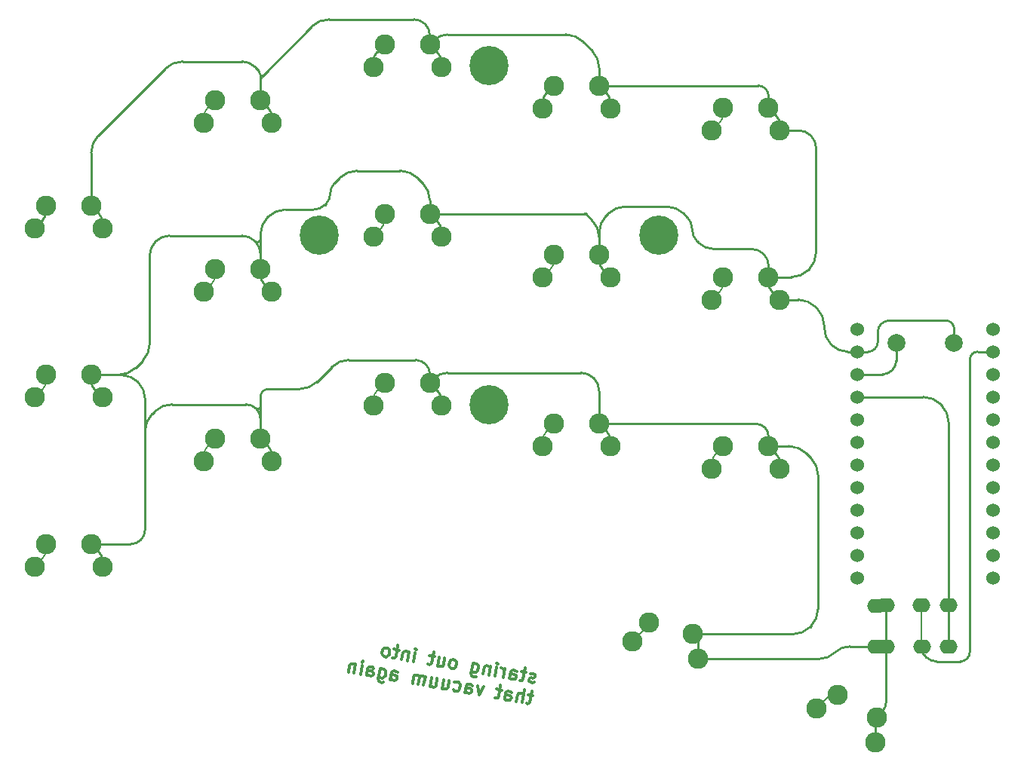
<source format=gbl>
G04 #@! TF.GenerationSoftware,KiCad,Pcbnew,7.0.5*
G04 #@! TF.CreationDate,2023-06-18T11:59:49+01:00*
G04 #@! TF.ProjectId,adam-m-rounded,6164616d-2d6d-42d7-926f-756e6465642e,rev?*
G04 #@! TF.SameCoordinates,Original*
G04 #@! TF.FileFunction,Copper,L2,Bot*
G04 #@! TF.FilePolarity,Positive*
%FSLAX46Y46*%
G04 Gerber Fmt 4.6, Leading zero omitted, Abs format (unit mm)*
G04 Created by KiCad (PCBNEW 7.0.5) date 2023-06-18 11:59:49*
%MOMM*%
%LPD*%
G01*
G04 APERTURE LIST*
%ADD10C,0.300000*%
G04 #@! TA.AperFunction,NonConductor*
%ADD11C,0.300000*%
G04 #@! TD*
G04 #@! TA.AperFunction,ComponentPad*
%ADD12C,1.524000*%
G04 #@! TD*
G04 #@! TA.AperFunction,ComponentPad*
%ADD13C,2.286000*%
G04 #@! TD*
G04 #@! TA.AperFunction,ComponentPad*
%ADD14C,2.000000*%
G04 #@! TD*
G04 #@! TA.AperFunction,ComponentPad*
%ADD15C,4.400000*%
G04 #@! TD*
G04 #@! TA.AperFunction,ComponentPad*
%ADD16O,2.000000X1.600000*%
G04 #@! TD*
G04 #@! TA.AperFunction,Conductor*
%ADD17C,0.250000*%
G04 #@! TD*
G04 #@! TA.AperFunction,Conductor*
%ADD18C,0.200000*%
G04 #@! TD*
G04 APERTURE END LIST*
D10*
D11*
X149850606Y-133796313D02*
X149697515Y-133841850D01*
X149697515Y-133841850D02*
X149416142Y-133792236D01*
X149416142Y-133792236D02*
X149287858Y-133697086D01*
X149287858Y-133697086D02*
X149242322Y-133543995D01*
X149242322Y-133543995D02*
X149254725Y-133473652D01*
X149254725Y-133473652D02*
X149349875Y-133345369D01*
X149349875Y-133345369D02*
X149502966Y-133299832D01*
X149502966Y-133299832D02*
X149713996Y-133337042D01*
X149713996Y-133337042D02*
X149867086Y-133291506D01*
X149867086Y-133291506D02*
X149962236Y-133163222D01*
X149962236Y-133163222D02*
X149974640Y-133092879D01*
X149974640Y-133092879D02*
X149929103Y-132939789D01*
X149929103Y-132939789D02*
X149800820Y-132844638D01*
X149800820Y-132844638D02*
X149589790Y-132807428D01*
X149589790Y-132807428D02*
X149436700Y-132852965D01*
X148956699Y-132695797D02*
X148393952Y-132596570D01*
X148832493Y-132166183D02*
X148609231Y-133432364D01*
X148609231Y-133432364D02*
X148514080Y-133560648D01*
X148514080Y-133560648D02*
X148360990Y-133606184D01*
X148360990Y-133606184D02*
X148220303Y-133581377D01*
X147094809Y-133382922D02*
X147231246Y-132609145D01*
X147231246Y-132609145D02*
X147326397Y-132480861D01*
X147326397Y-132480861D02*
X147479487Y-132435325D01*
X147479487Y-132435325D02*
X147760861Y-132484939D01*
X147760861Y-132484939D02*
X147889144Y-132580089D01*
X147107212Y-133312579D02*
X147235495Y-133407729D01*
X147235495Y-133407729D02*
X147587213Y-133469746D01*
X147587213Y-133469746D02*
X147740303Y-133424210D01*
X147740303Y-133424210D02*
X147835453Y-133295926D01*
X147835453Y-133295926D02*
X147860260Y-133155240D01*
X147860260Y-133155240D02*
X147814723Y-133002149D01*
X147814723Y-133002149D02*
X147686440Y-132906999D01*
X147686440Y-132906999D02*
X147334723Y-132844982D01*
X147334723Y-132844982D02*
X147206440Y-132749832D01*
X146391374Y-133258888D02*
X146565023Y-132274080D01*
X146515409Y-132555454D02*
X146469872Y-132402363D01*
X146469872Y-132402363D02*
X146411932Y-132319617D01*
X146411932Y-132319617D02*
X146283649Y-132224466D01*
X146283649Y-132224466D02*
X146142962Y-132199659D01*
X145476910Y-133097643D02*
X145650559Y-132112835D01*
X145737383Y-131620432D02*
X145795323Y-131703178D01*
X145795323Y-131703178D02*
X145712576Y-131761118D01*
X145712576Y-131761118D02*
X145654636Y-131678372D01*
X145654636Y-131678372D02*
X145737383Y-131620432D01*
X145737383Y-131620432D02*
X145712576Y-131761118D01*
X144947124Y-131988801D02*
X144773476Y-132973609D01*
X144922317Y-132129488D02*
X144864377Y-132046741D01*
X144864377Y-132046741D02*
X144736094Y-131951591D01*
X144736094Y-131951591D02*
X144525064Y-131914380D01*
X144525064Y-131914380D02*
X144371974Y-131959917D01*
X144371974Y-131959917D02*
X144276823Y-132088200D01*
X144276823Y-132088200D02*
X144140385Y-132861978D01*
X142977509Y-131641505D02*
X142766650Y-132837343D01*
X142766650Y-132837343D02*
X142812187Y-132990433D01*
X142812187Y-132990433D02*
X142870127Y-133073180D01*
X142870127Y-133073180D02*
X142998410Y-133168330D01*
X142998410Y-133168330D02*
X143209440Y-133205540D01*
X143209440Y-133205540D02*
X143362530Y-133160004D01*
X142816264Y-132555969D02*
X142944547Y-132651119D01*
X142944547Y-132651119D02*
X143225921Y-132700733D01*
X143225921Y-132700733D02*
X143379011Y-132655196D01*
X143379011Y-132655196D02*
X143461758Y-132597256D01*
X143461758Y-132597256D02*
X143556908Y-132468973D01*
X143556908Y-132468973D02*
X143631329Y-132046913D01*
X143631329Y-132046913D02*
X143585792Y-131893822D01*
X143585792Y-131893822D02*
X143527852Y-131811076D01*
X143527852Y-131811076D02*
X143399569Y-131715925D01*
X143399569Y-131715925D02*
X143118195Y-131666311D01*
X143118195Y-131666311D02*
X142965105Y-131711848D01*
X140763902Y-132266613D02*
X140916992Y-132221076D01*
X140916992Y-132221076D02*
X140999739Y-132163136D01*
X140999739Y-132163136D02*
X141094889Y-132034853D01*
X141094889Y-132034853D02*
X141169310Y-131612792D01*
X141169310Y-131612792D02*
X141123773Y-131459702D01*
X141123773Y-131459702D02*
X141065833Y-131376955D01*
X141065833Y-131376955D02*
X140937550Y-131281805D01*
X140937550Y-131281805D02*
X140726519Y-131244594D01*
X140726519Y-131244594D02*
X140573429Y-131290131D01*
X140573429Y-131290131D02*
X140490682Y-131348071D01*
X140490682Y-131348071D02*
X140395532Y-131476354D01*
X140395532Y-131476354D02*
X140321111Y-131898415D01*
X140321111Y-131898415D02*
X140366648Y-132051505D01*
X140366648Y-132051505D02*
X140424588Y-132134252D01*
X140424588Y-132134252D02*
X140552871Y-132229402D01*
X140552871Y-132229402D02*
X140763902Y-132266613D01*
X139178964Y-130971719D02*
X139005316Y-131956526D01*
X139812055Y-131083350D02*
X139675617Y-131857127D01*
X139675617Y-131857127D02*
X139580467Y-131985411D01*
X139580467Y-131985411D02*
X139427377Y-132030947D01*
X139427377Y-132030947D02*
X139216346Y-131993737D01*
X139216346Y-131993737D02*
X139088063Y-131898587D01*
X139088063Y-131898587D02*
X139030123Y-131815840D01*
X138686560Y-130884895D02*
X138123813Y-130785667D01*
X138562354Y-130355280D02*
X138339092Y-131621462D01*
X138339092Y-131621462D02*
X138243942Y-131749745D01*
X138243942Y-131749745D02*
X138090852Y-131795282D01*
X138090852Y-131795282D02*
X137950165Y-131770475D01*
X136332266Y-131485196D02*
X136505915Y-130500388D01*
X136592739Y-130007984D02*
X136650679Y-130090731D01*
X136650679Y-130090731D02*
X136567932Y-130148671D01*
X136567932Y-130148671D02*
X136509992Y-130065924D01*
X136509992Y-130065924D02*
X136592739Y-130007984D01*
X136592739Y-130007984D02*
X136567932Y-130148671D01*
X135802480Y-130376353D02*
X135628832Y-131361161D01*
X135777673Y-130517040D02*
X135719733Y-130434293D01*
X135719733Y-130434293D02*
X135591450Y-130339143D01*
X135591450Y-130339143D02*
X135380420Y-130301933D01*
X135380420Y-130301933D02*
X135227329Y-130347469D01*
X135227329Y-130347469D02*
X135132179Y-130475753D01*
X135132179Y-130475753D02*
X134995741Y-131249530D01*
X134676985Y-130177898D02*
X134114238Y-130078671D01*
X134552779Y-129648284D02*
X134329517Y-130914466D01*
X134329517Y-130914466D02*
X134234367Y-131042749D01*
X134234367Y-131042749D02*
X134081277Y-131088286D01*
X134081277Y-131088286D02*
X133940590Y-131063479D01*
X133237156Y-130939444D02*
X133390246Y-130893908D01*
X133390246Y-130893908D02*
X133472993Y-130835968D01*
X133472993Y-130835968D02*
X133568143Y-130707684D01*
X133568143Y-130707684D02*
X133642564Y-130285624D01*
X133642564Y-130285624D02*
X133597027Y-130132534D01*
X133597027Y-130132534D02*
X133539087Y-130049787D01*
X133539087Y-130049787D02*
X133410804Y-129954636D01*
X133410804Y-129954636D02*
X133199774Y-129917426D01*
X133199774Y-129917426D02*
X133046683Y-129962963D01*
X133046683Y-129962963D02*
X132963937Y-130020903D01*
X132963937Y-130020903D02*
X132868786Y-130149186D01*
X132868786Y-130149186D02*
X132794366Y-130571246D01*
X132794366Y-130571246D02*
X132839902Y-130724337D01*
X132839902Y-130724337D02*
X132897842Y-130807084D01*
X132897842Y-130807084D02*
X133026125Y-130902234D01*
X133026125Y-130902234D02*
X133237156Y-130939444D01*
X149733177Y-135284967D02*
X149170430Y-135185739D01*
X149608971Y-134755353D02*
X149385709Y-136021534D01*
X149385709Y-136021534D02*
X149290559Y-136149817D01*
X149290559Y-136149817D02*
X149137468Y-136195354D01*
X149137468Y-136195354D02*
X148996782Y-136170547D01*
X148504378Y-136083723D02*
X148764850Y-134606511D01*
X147871287Y-135972092D02*
X148007725Y-135198314D01*
X148007725Y-135198314D02*
X148102875Y-135070031D01*
X148102875Y-135070031D02*
X148255965Y-135024494D01*
X148255965Y-135024494D02*
X148466996Y-135061705D01*
X148466996Y-135061705D02*
X148595279Y-135156855D01*
X148595279Y-135156855D02*
X148653219Y-135239602D01*
X146534762Y-135736426D02*
X146671200Y-134962649D01*
X146671200Y-134962649D02*
X146766350Y-134834366D01*
X146766350Y-134834366D02*
X146919440Y-134788829D01*
X146919440Y-134788829D02*
X147200814Y-134838443D01*
X147200814Y-134838443D02*
X147329097Y-134933593D01*
X146547165Y-135666083D02*
X146675449Y-135761233D01*
X146675449Y-135761233D02*
X147027166Y-135823251D01*
X147027166Y-135823251D02*
X147180256Y-135777714D01*
X147180256Y-135777714D02*
X147275406Y-135649431D01*
X147275406Y-135649431D02*
X147300213Y-135508744D01*
X147300213Y-135508744D02*
X147254677Y-135355654D01*
X147254677Y-135355654D02*
X147126393Y-135260503D01*
X147126393Y-135260503D02*
X146774676Y-135198486D01*
X146774676Y-135198486D02*
X146646393Y-135103336D01*
X146216006Y-134664795D02*
X145653259Y-134565567D01*
X146091800Y-134135180D02*
X145868538Y-135401362D01*
X145868538Y-135401362D02*
X145773388Y-135529645D01*
X145773388Y-135529645D02*
X145620297Y-135575182D01*
X145620297Y-135575182D02*
X145479611Y-135550375D01*
X144176047Y-134305095D02*
X143650682Y-135227885D01*
X143650682Y-135227885D02*
X143472613Y-134181060D01*
X142103127Y-134955010D02*
X142239565Y-134181232D01*
X142239565Y-134181232D02*
X142334715Y-134052949D01*
X142334715Y-134052949D02*
X142487805Y-134007412D01*
X142487805Y-134007412D02*
X142769179Y-134057026D01*
X142769179Y-134057026D02*
X142897462Y-134152176D01*
X142115530Y-134884666D02*
X142243814Y-134979817D01*
X142243814Y-134979817D02*
X142595531Y-135041834D01*
X142595531Y-135041834D02*
X142748621Y-134996297D01*
X142748621Y-134996297D02*
X142843771Y-134868014D01*
X142843771Y-134868014D02*
X142868578Y-134727327D01*
X142868578Y-134727327D02*
X142823042Y-134574237D01*
X142823042Y-134574237D02*
X142694758Y-134479086D01*
X142694758Y-134479086D02*
X142343041Y-134417069D01*
X142343041Y-134417069D02*
X142214758Y-134321919D01*
X140779006Y-134649001D02*
X140907289Y-134744151D01*
X140907289Y-134744151D02*
X141188663Y-134793765D01*
X141188663Y-134793765D02*
X141341753Y-134748228D01*
X141341753Y-134748228D02*
X141424500Y-134690288D01*
X141424500Y-134690288D02*
X141519650Y-134562005D01*
X141519650Y-134562005D02*
X141594071Y-134139945D01*
X141594071Y-134139945D02*
X141548534Y-133986854D01*
X141548534Y-133986854D02*
X141490594Y-133904107D01*
X141490594Y-133904107D02*
X141362311Y-133808957D01*
X141362311Y-133808957D02*
X141080937Y-133759343D01*
X141080937Y-133759343D02*
X140927847Y-133804880D01*
X139674069Y-133511275D02*
X139500421Y-134496082D01*
X140307160Y-133622906D02*
X140170722Y-134396683D01*
X140170722Y-134396683D02*
X140075572Y-134524966D01*
X140075572Y-134524966D02*
X139922481Y-134570503D01*
X139922481Y-134570503D02*
X139711451Y-134533293D01*
X139711451Y-134533293D02*
X139583168Y-134438142D01*
X139583168Y-134438142D02*
X139525228Y-134355396D01*
X138337544Y-133275609D02*
X138163896Y-134260417D01*
X138970635Y-133387240D02*
X138834197Y-134161018D01*
X138834197Y-134161018D02*
X138739047Y-134289301D01*
X138739047Y-134289301D02*
X138585957Y-134334838D01*
X138585957Y-134334838D02*
X138374926Y-134297627D01*
X138374926Y-134297627D02*
X138246643Y-134202477D01*
X138246643Y-134202477D02*
X138188703Y-134119730D01*
X137460462Y-134136382D02*
X137634110Y-133151575D01*
X137609303Y-133292262D02*
X137551363Y-133209515D01*
X137551363Y-133209515D02*
X137423080Y-133114364D01*
X137423080Y-133114364D02*
X137212050Y-133077154D01*
X137212050Y-133077154D02*
X137058959Y-133122691D01*
X137058959Y-133122691D02*
X136963809Y-133250974D01*
X136963809Y-133250974D02*
X136827371Y-134024752D01*
X136963809Y-133250974D02*
X136918272Y-133097884D01*
X136918272Y-133097884D02*
X136789989Y-133002733D01*
X136789989Y-133002733D02*
X136578959Y-132965523D01*
X136578959Y-132965523D02*
X136425869Y-133011060D01*
X136425869Y-133011060D02*
X136330718Y-133139343D01*
X136330718Y-133139343D02*
X136194280Y-133913121D01*
X133732261Y-133479000D02*
X133868699Y-132705223D01*
X133868699Y-132705223D02*
X133963849Y-132576939D01*
X133963849Y-132576939D02*
X134116940Y-132531403D01*
X134116940Y-132531403D02*
X134398313Y-132581016D01*
X134398313Y-132581016D02*
X134526597Y-132676167D01*
X133744665Y-133408657D02*
X133872948Y-133503807D01*
X133872948Y-133503807D02*
X134224665Y-133565824D01*
X134224665Y-133565824D02*
X134377755Y-133520288D01*
X134377755Y-133520288D02*
X134472906Y-133392004D01*
X134472906Y-133392004D02*
X134497712Y-133251317D01*
X134497712Y-133251317D02*
X134452176Y-133098227D01*
X134452176Y-133098227D02*
X134323893Y-133003077D01*
X134323893Y-133003077D02*
X133972176Y-132941060D01*
X133972176Y-132941060D02*
X133843892Y-132845909D01*
X132569384Y-132258527D02*
X132358526Y-133454365D01*
X132358526Y-133454365D02*
X132404062Y-133607455D01*
X132404062Y-133607455D02*
X132462002Y-133690202D01*
X132462002Y-133690202D02*
X132590286Y-133785352D01*
X132590286Y-133785352D02*
X132801316Y-133822563D01*
X132801316Y-133822563D02*
X132954406Y-133777026D01*
X132408140Y-133172991D02*
X132536423Y-133268142D01*
X132536423Y-133268142D02*
X132817797Y-133317755D01*
X132817797Y-133317755D02*
X132970887Y-133272219D01*
X132970887Y-133272219D02*
X133053634Y-133214279D01*
X133053634Y-133214279D02*
X133148784Y-133085995D01*
X133148784Y-133085995D02*
X133223205Y-132663935D01*
X133223205Y-132663935D02*
X133177668Y-132510845D01*
X133177668Y-132510845D02*
X133119728Y-132428098D01*
X133119728Y-132428098D02*
X132991445Y-132332948D01*
X132991445Y-132332948D02*
X132710071Y-132283334D01*
X132710071Y-132283334D02*
X132556981Y-132328870D01*
X131059211Y-133007669D02*
X131195649Y-132233892D01*
X131195649Y-132233892D02*
X131290799Y-132105608D01*
X131290799Y-132105608D02*
X131443890Y-132060072D01*
X131443890Y-132060072D02*
X131725263Y-132109686D01*
X131725263Y-132109686D02*
X131853547Y-132204836D01*
X131071615Y-132937326D02*
X131199898Y-133032476D01*
X131199898Y-133032476D02*
X131551615Y-133094493D01*
X131551615Y-133094493D02*
X131704705Y-133048957D01*
X131704705Y-133048957D02*
X131799856Y-132920673D01*
X131799856Y-132920673D02*
X131824663Y-132779987D01*
X131824663Y-132779987D02*
X131779126Y-132626896D01*
X131779126Y-132626896D02*
X131650843Y-132531746D01*
X131650843Y-132531746D02*
X131299126Y-132469729D01*
X131299126Y-132469729D02*
X131170842Y-132374579D01*
X130355777Y-132883635D02*
X130529425Y-131898827D01*
X130616249Y-131406423D02*
X130674189Y-131489170D01*
X130674189Y-131489170D02*
X130591442Y-131547110D01*
X130591442Y-131547110D02*
X130533502Y-131464363D01*
X130533502Y-131464363D02*
X130616249Y-131406423D01*
X130616249Y-131406423D02*
X130591442Y-131547110D01*
X129825991Y-131774793D02*
X129652343Y-132759600D01*
X129801184Y-131915479D02*
X129743244Y-131832733D01*
X129743244Y-131832733D02*
X129614961Y-131737582D01*
X129614961Y-131737582D02*
X129403930Y-131700372D01*
X129403930Y-131700372D02*
X129250840Y-131745909D01*
X129250840Y-131745909D02*
X129155690Y-131874192D01*
X129155690Y-131874192D02*
X129019252Y-132647969D01*
D12*
X201315400Y-94113000D03*
X201315400Y-96653000D03*
X201315400Y-99193000D03*
X201315400Y-101733000D03*
X201315400Y-104273000D03*
X201315400Y-106813000D03*
X201315400Y-109353000D03*
X201315400Y-111893000D03*
X201315400Y-114433000D03*
X201315400Y-116973000D03*
X201315400Y-119513000D03*
X201315400Y-122053000D03*
X186095400Y-122053000D03*
X186095400Y-119513000D03*
X186095400Y-116973000D03*
X186095400Y-114433000D03*
X186095400Y-111893000D03*
X186095400Y-109353000D03*
X186095400Y-106813000D03*
X186095400Y-104273000D03*
X186095400Y-101733000D03*
X186095400Y-99193000D03*
X186095400Y-96653000D03*
X186095400Y-94113000D03*
D13*
X112800000Y-70930000D03*
X114070000Y-68390000D03*
X119150000Y-68390000D03*
X120420000Y-70930000D03*
X131800000Y-102705000D03*
X133070000Y-100165000D03*
X138150000Y-100165000D03*
X139420000Y-102705000D03*
X112800000Y-108930000D03*
X114070000Y-106390000D03*
X119150000Y-106390000D03*
X120420000Y-108930000D03*
X150800000Y-107305000D03*
X152070000Y-104765000D03*
X157150000Y-104765000D03*
X158420000Y-107305000D03*
X93800000Y-82805000D03*
X95070000Y-80265000D03*
X100150000Y-80265000D03*
X101420000Y-82805000D03*
X93800000Y-101805000D03*
X95070000Y-99265000D03*
X100150000Y-99265000D03*
X101420000Y-101805000D03*
D14*
X196975000Y-95700000D03*
X190475000Y-95700000D03*
D15*
X125762000Y-83529000D03*
X144812000Y-64479000D03*
X144812000Y-102579000D03*
X163862000Y-83529000D03*
D13*
X150800000Y-88305000D03*
X152070000Y-85765000D03*
X157150000Y-85765000D03*
X158420000Y-88305000D03*
X93800000Y-120805000D03*
X95070000Y-118265000D03*
X100150000Y-118265000D03*
X101420000Y-120805000D03*
X131800000Y-83705000D03*
X133070000Y-81165000D03*
X138150000Y-81165000D03*
X139420000Y-83705000D03*
X181530443Y-136744295D03*
X183900295Y-135179591D03*
X188299705Y-137719591D03*
X188129557Y-140554295D03*
X112800000Y-89930000D03*
X114070000Y-87390000D03*
X119150000Y-87390000D03*
X120420000Y-89930000D03*
X169800000Y-90805000D03*
X171070000Y-88265000D03*
X176150000Y-88265000D03*
X177420000Y-90805000D03*
X150800000Y-69305000D03*
X152070000Y-66765000D03*
X157150000Y-66765000D03*
X158420000Y-69305000D03*
D16*
X193340000Y-125165000D03*
X193360000Y-129795000D03*
X189340000Y-125165000D03*
X188260000Y-125195000D03*
X188240000Y-129765000D03*
X189360000Y-129795000D03*
X196340000Y-125165000D03*
X196360000Y-129795000D03*
D13*
X169800000Y-71805000D03*
X171070000Y-69265000D03*
X176150000Y-69265000D03*
X177420000Y-71805000D03*
X160859223Y-129193448D03*
X162743349Y-127068696D03*
X167650252Y-128383497D03*
X168219578Y-131165649D03*
X131800000Y-64705000D03*
X133070000Y-62165000D03*
X138150000Y-62165000D03*
X139420000Y-64705000D03*
X169800000Y-109805000D03*
X171070000Y-107265000D03*
X176150000Y-107265000D03*
X177420000Y-109805000D03*
D17*
X196340005Y-104566981D02*
G75*
G03*
X195543103Y-102643103I-2720805J-19D01*
G01*
X195429892Y-102529900D02*
G75*
G03*
X193506018Y-101733000I-1923892J-1923900D01*
G01*
X198427491Y-131137491D02*
G75*
G03*
X198735000Y-130395129I-742391J742391D01*
G01*
X198744988Y-98434988D02*
G75*
G03*
X198735000Y-98459142I24112J-24112D01*
G01*
X197685129Y-131445012D02*
G75*
G03*
X198427500Y-131137500I-29J1049912D01*
G01*
X199006009Y-96904009D02*
G75*
G03*
X198755000Y-97509967I605991J-605991D01*
G01*
X198745012Y-98435012D02*
G75*
G03*
X198755000Y-98410857I-24112J24112D01*
G01*
X199611967Y-96652987D02*
G75*
G03*
X199006000Y-96904000I33J-857013D01*
G01*
X193360008Y-130145000D02*
G75*
G03*
X193607487Y-130742487I844992J0D01*
G01*
X193835014Y-130969986D02*
G75*
G03*
X194981751Y-131445000I1146786J1146786D01*
G01*
X188950553Y-99193022D02*
G75*
G03*
X190028500Y-98746500I-53J1524522D01*
G01*
X190028484Y-98746484D02*
G75*
G03*
X190475000Y-97668553I-1077984J1077984D01*
G01*
D18*
X170249018Y-108085993D02*
G75*
G03*
X169800000Y-109170000I1083982J-1084007D01*
G01*
X132249018Y-100985993D02*
G75*
G03*
X131800000Y-102070000I1083982J-1084007D01*
G01*
X151249018Y-105585993D02*
G75*
G03*
X150800000Y-106670000I1083982J-1084007D01*
G01*
X94620982Y-119984007D02*
G75*
G03*
X95070000Y-118900000I-1083982J1084007D01*
G01*
X94620982Y-100984007D02*
G75*
G03*
X95070000Y-99900000I-1083982J1084007D01*
G01*
X113620982Y-89109007D02*
G75*
G03*
X114070000Y-88025000I-1083982J1084007D01*
G01*
X132620982Y-82884007D02*
G75*
G03*
X133070000Y-81800000I-1083982J1084007D01*
G01*
X151620982Y-87484007D02*
G75*
G03*
X152070000Y-86400000I-1083982J1084007D01*
G01*
X170620982Y-89984007D02*
G75*
G03*
X171070000Y-88900000I-1083982J1084007D01*
G01*
D17*
X94620982Y-81984007D02*
G75*
G03*
X95070000Y-80900000I-1083982J1084007D01*
G01*
D18*
X170620982Y-70984007D02*
G75*
G03*
X171070000Y-69900000I-1083982J1084007D01*
G01*
D17*
X151249018Y-67585993D02*
G75*
G03*
X150800000Y-68670000I1083982J-1084007D01*
G01*
X132249018Y-62985993D02*
G75*
G03*
X131800000Y-64070000I1083982J-1084007D01*
G01*
D18*
X113249018Y-69210993D02*
G75*
G03*
X112800000Y-70295000I1083982J-1084007D01*
G01*
X113249018Y-107210993D02*
G75*
G03*
X112800000Y-108295000I1083982J-1084007D01*
G01*
D17*
X106200014Y-101970764D02*
G75*
G03*
X105407499Y-100057501I-2705814J-36D01*
G01*
X137674986Y-98050014D02*
G75*
G03*
X136528248Y-97575000I-1146786J-1146786D01*
G01*
X181474984Y-73759637D02*
G75*
G03*
X180902500Y-72377500I-1954584J37D01*
G01*
X107374989Y-84274989D02*
G75*
G03*
X106725000Y-85844238I1569211J-1569211D01*
G01*
X105729994Y-117794994D02*
G75*
G03*
X106200000Y-116660319I-1134694J1134694D01*
G01*
X119150004Y-85716205D02*
G75*
G03*
X118577274Y-84277274I-2025104J27405D01*
G01*
X118577299Y-84277245D02*
G75*
G03*
X119149999Y-83983794I224801J266845D01*
G01*
X189723007Y-93150004D02*
G75*
G03*
X188787501Y-93537501I-7J-1322996D01*
G01*
X138150015Y-61117462D02*
G75*
G03*
X137625000Y-59850000I-1792515J-38D01*
G01*
X177420000Y-71170000D02*
G75*
G03*
X178055000Y-71805000I635000J0D01*
G01*
X160101981Y-80349994D02*
G75*
G03*
X158178103Y-81146896I19J-2720806D01*
G01*
X137624989Y-59850011D02*
G75*
G03*
X136357537Y-59325000I-1267489J-1267489D01*
G01*
X101420007Y-120170000D02*
G75*
G03*
X100970987Y-119085987I-1533007J0D01*
G01*
X101420007Y-82170000D02*
G75*
G03*
X100970987Y-81085987I-1533007J0D01*
G01*
X100946900Y-72378107D02*
G75*
G03*
X100150000Y-74301981I1923900J-1923893D01*
G01*
X109201981Y-102574994D02*
G75*
G03*
X107278103Y-103371896I19J-2720806D01*
G01*
X138150005Y-79651981D02*
G75*
G03*
X137353103Y-77728103I-2720805J-19D01*
G01*
X166646892Y-81146900D02*
G75*
G03*
X164723018Y-80350000I-1923892J-1923900D01*
G01*
X182400005Y-93726981D02*
G75*
G03*
X181603103Y-91803103I-2720805J-19D01*
G01*
X157149979Y-101075649D02*
G75*
G03*
X156548500Y-99623500I-2053579J49D01*
G01*
X106200000Y-106089214D02*
G75*
G03*
X106200000Y-105562500I-1179941824J263357D01*
G01*
X138150010Y-61356776D02*
G75*
G03*
X138721500Y-62736500I1951190J-24D01*
G01*
X138721500Y-61593500D02*
G75*
G03*
X138721500Y-62736500I571500J-571500D01*
G01*
X138150056Y-61356776D02*
G75*
G03*
X138721500Y-61593500I334744J-24D01*
G01*
X157150002Y-83813693D02*
G75*
G03*
X156362499Y-81912501I-2688702J-7D01*
G01*
X167574984Y-82887500D02*
G75*
G03*
X167000474Y-81500476I-1961584J0D01*
G01*
X176784992Y-90170008D02*
G75*
G03*
X178318025Y-90805000I1533008J1533008D01*
G01*
X185256706Y-129765017D02*
G75*
G03*
X183565973Y-130465324I-6J-2391083D01*
G01*
X181700005Y-110526981D02*
G75*
G03*
X180903103Y-108603103I-2720805J-19D01*
G01*
X157946900Y-81378107D02*
G75*
G03*
X157150000Y-83301981I1923900J-1923893D01*
G01*
X183229392Y-95904380D02*
G75*
G03*
X185036700Y-96653000I1807308J1807280D01*
G01*
X119149989Y-65575000D02*
G75*
G03*
X118937867Y-65062867I-724289J0D01*
G01*
X187327936Y-96653015D02*
G75*
G03*
X188086000Y-96339000I-36J1072115D01*
G01*
X119362125Y-65662860D02*
G75*
G03*
X119150000Y-66175000I512175J-512140D01*
G01*
X119150063Y-65575000D02*
G75*
G03*
X119362131Y-65662866I124237J0D01*
G01*
X176150011Y-68366974D02*
G75*
G03*
X176785000Y-69900000I2167989J-26D01*
G01*
X176149993Y-88900000D02*
G75*
G03*
X176599012Y-89984012I1533007J0D01*
G01*
X138150011Y-80266974D02*
G75*
G03*
X138785000Y-81800000I2167989J-26D01*
G01*
X138959947Y-81164932D02*
G75*
G03*
X138785000Y-81800000I48053J-354868D01*
G01*
X138150068Y-80266977D02*
G75*
G03*
X138959956Y-81164999I856332J-41923D01*
G01*
X175744987Y-105170013D02*
G75*
G03*
X174767243Y-104765000I-977787J-977787D01*
G01*
X119150020Y-104196751D02*
G75*
G03*
X118675000Y-103050000I-1621820J-49D01*
G01*
X118675083Y-103049917D02*
G75*
G03*
X119150000Y-102853248I196717J196717D01*
G01*
X119946900Y-81553108D02*
G75*
G03*
X119150000Y-83476981I1923900J-1923892D01*
G01*
X157150005Y-64776981D02*
G75*
G03*
X156353103Y-62853103I-2720805J-19D01*
G01*
X139420007Y-64070000D02*
G75*
G03*
X138970987Y-62985987I-1533007J0D01*
G01*
X175807491Y-67107509D02*
G75*
G03*
X174980631Y-66765000I-826891J-826891D01*
G01*
X120420007Y-70295000D02*
G75*
G03*
X119970987Y-69210987I-1533007J0D01*
G01*
X121926981Y-80699994D02*
G75*
G03*
X120003103Y-81496896I19J-2720806D01*
G01*
X118537502Y-84237498D02*
G75*
G03*
X117058794Y-83625000I-1478702J-1478702D01*
G01*
X119149993Y-88025000D02*
G75*
G03*
X119599012Y-89109012I1533007J0D01*
G01*
X138150010Y-99356776D02*
G75*
G03*
X138721500Y-100736500I1951190J-24D01*
G01*
X138721500Y-99593500D02*
G75*
G03*
X138721500Y-100736500I571500J-571500D01*
G01*
X138150056Y-99356776D02*
G75*
G03*
X138721500Y-99593500I334744J-24D01*
G01*
X100149993Y-99900000D02*
G75*
G03*
X100599012Y-100984012I1533007J0D01*
G01*
X138150020Y-99196751D02*
G75*
G03*
X137675000Y-98050000I-1621820J-49D01*
G01*
X126488870Y-80061141D02*
G75*
G03*
X126975000Y-78887500I-1173670J1173641D01*
G01*
X177420007Y-71170000D02*
G75*
G03*
X176970987Y-70085987I-1533007J0D01*
G01*
X180903100Y-127496892D02*
G75*
G03*
X181700000Y-125573018I-1923900J1923892D01*
G01*
X180902511Y-72377489D02*
G75*
G03*
X179520362Y-71805000I-1382111J-1382111D01*
G01*
X139420007Y-83070000D02*
G75*
G03*
X138970987Y-81985987I-1533007J0D01*
G01*
X140101223Y-61022010D02*
G75*
G03*
X138721500Y-61593500I-23J-1951190D01*
G01*
X157149993Y-86400000D02*
G75*
G03*
X157599012Y-87484012I1533007J0D01*
G01*
X182400007Y-93959185D02*
G75*
G03*
X183189001Y-95863999I2693793J-15D01*
G01*
X129976981Y-76324994D02*
G75*
G03*
X128053103Y-77121896I19J-2720806D01*
G01*
X155506715Y-81165006D02*
G75*
G03*
X155555000Y-81145000I-15J68306D01*
G01*
X176149992Y-87002817D02*
G75*
G03*
X175599999Y-85675001I-1877792J17D01*
G01*
X188829868Y-137189459D02*
G75*
G03*
X189360000Y-135909554I-1279868J1279859D01*
G01*
X119918198Y-100850000D02*
G75*
G03*
X119375001Y-101075001I2J-768200D01*
G01*
X123548018Y-100850004D02*
G75*
G03*
X125471895Y-100053102I-18J2720804D01*
G01*
X176149997Y-106420000D02*
G75*
G03*
X176747505Y-107862505I2040003J0D01*
G01*
X176959958Y-107265046D02*
G75*
G03*
X176747506Y-107862504I18142J-342954D01*
G01*
X176150085Y-106420002D02*
G75*
G03*
X176959956Y-107265000I827815J-17198D01*
G01*
X110401981Y-64049994D02*
G75*
G03*
X108478103Y-64846896I19J-2720806D01*
G01*
X176150013Y-67934368D02*
G75*
G03*
X175807500Y-67107500I-1169413J-32D01*
G01*
X196700003Y-93424997D02*
G75*
G03*
X196036091Y-93150000I-663903J-663903D01*
G01*
X106986659Y-103663346D02*
G75*
G03*
X106200000Y-105562500I1899141J-1899154D01*
G01*
X139420007Y-102070000D02*
G75*
G03*
X138970987Y-100985987I-1533007J0D01*
G01*
X105928100Y-97671893D02*
G75*
G03*
X106725000Y-95748018I-1923900J1923893D01*
G01*
X118537502Y-64662498D02*
G75*
G03*
X117058794Y-64050000I-1478702J-1478702D01*
G01*
X196974996Y-94088908D02*
G75*
G03*
X196700000Y-93425000I-938896J8D01*
G01*
X120420007Y-108295000D02*
G75*
G03*
X119970987Y-107210987I-1533007J0D01*
G01*
X118674986Y-103050014D02*
G75*
G03*
X117528248Y-102575000I-1146786J-1146786D01*
G01*
X158420007Y-68670000D02*
G75*
G03*
X157970987Y-67585987I-1533007J0D01*
G01*
X175600005Y-85674995D02*
G75*
G03*
X174272182Y-85125000I-1327805J-1327805D01*
G01*
X156548514Y-99623486D02*
G75*
G03*
X155096350Y-99022000I-1452114J-1452114D01*
G01*
X127461130Y-77713859D02*
G75*
G03*
X126975000Y-78887500I1173670J-1173641D01*
G01*
X181401892Y-91601900D02*
G75*
G03*
X179478018Y-90805000I-1923892J-1923900D01*
G01*
X178733018Y-88265004D02*
G75*
G03*
X180656895Y-87468103I-18J2720804D01*
G01*
X188085989Y-96338989D02*
G75*
G03*
X188400000Y-95580936I-758089J758089D01*
G01*
X181875240Y-131165679D02*
G75*
G03*
X183565973Y-130465324I-40J2391079D01*
G01*
X136746892Y-77121900D02*
G75*
G03*
X134823018Y-76325000I-1923892J-1923900D01*
G01*
X177420007Y-109170000D02*
G75*
G03*
X176970987Y-108085987I-1533007J0D01*
G01*
X155594999Y-81145001D02*
G75*
G03*
X155555001Y-81145001I-19999J-19997D01*
G01*
X105407490Y-100057510D02*
G75*
G03*
X103494235Y-99265000I-1913290J-1913290D01*
G01*
X119375001Y-101075001D02*
G75*
G03*
X119150000Y-101618198I543199J-543199D01*
G01*
X157150011Y-103866974D02*
G75*
G03*
X157785000Y-105400000I2167989J-26D01*
G01*
X157959947Y-104764932D02*
G75*
G03*
X157785000Y-105400000I48053J-354868D01*
G01*
X157150068Y-103866977D02*
G75*
G03*
X157959956Y-104764999I856332J-41923D01*
G01*
X167574986Y-82887500D02*
G75*
G03*
X168149524Y-84274524I1961514J0D01*
G01*
X140101223Y-99022010D02*
G75*
G03*
X138721500Y-99593500I-23J-1951190D01*
G01*
X108944238Y-83625017D02*
G75*
G03*
X107375001Y-84275001I-38J-2219183D01*
G01*
X168287492Y-84412508D02*
G75*
G03*
X170007627Y-85125000I1720108J1720108D01*
G01*
X104595319Y-118265008D02*
G75*
G03*
X105730000Y-117795000I-19J1604708D01*
G01*
X129076981Y-97574994D02*
G75*
G03*
X127153103Y-98371896I19J-2720806D01*
G01*
X126826981Y-59324994D02*
G75*
G03*
X124903103Y-60121896I19J-2720806D01*
G01*
X176150018Y-106147756D02*
G75*
G03*
X175745000Y-105170000I-1382818J-44D01*
G01*
X155318892Y-61818900D02*
G75*
G03*
X153395018Y-61022000I-1923892J-1923900D01*
G01*
X188214659Y-137804693D02*
G75*
G03*
X188129557Y-138010051I205341J-205407D01*
G01*
X188787498Y-93537498D02*
G75*
G03*
X188400000Y-94473007I935502J-935502D01*
G01*
X180678100Y-87446893D02*
G75*
G03*
X181475000Y-85523018I-1923900J1923893D01*
G01*
X103208018Y-99265004D02*
G75*
G03*
X105131895Y-98468102I-18J2720804D01*
G01*
X178889521Y-128383504D02*
G75*
G03*
X180813398Y-127586599I-21J2720804D01*
G01*
X180361892Y-108061900D02*
G75*
G03*
X178438018Y-107265000I-1923892J-1923900D01*
G01*
X158420007Y-106670000D02*
G75*
G03*
X157970987Y-105585987I-1533007J0D01*
G01*
X125054504Y-80700002D02*
G75*
G03*
X126412500Y-80137500I-4J1920502D01*
G01*
X119150000Y-83983794D02*
X119150000Y-85716205D01*
X106200000Y-107787500D02*
X106200000Y-106089214D01*
X106200000Y-105562500D02*
X106200000Y-107787500D01*
X119150000Y-66175000D02*
X119150000Y-65575000D01*
X119150000Y-102853248D02*
X119150000Y-104196751D01*
X188384779Y-137634517D02*
X188214631Y-137804665D01*
X106200000Y-101970764D02*
X106200000Y-106089214D01*
X119970987Y-69210987D02*
X119150000Y-68390000D01*
X182400000Y-93726981D02*
X182400000Y-93959185D01*
X176747505Y-107862505D02*
X176970987Y-108085987D01*
X119150000Y-102853248D02*
X119150000Y-101618198D01*
X136357537Y-59325000D02*
X126826981Y-59325000D01*
X157599012Y-87484012D02*
X158420000Y-88305000D01*
X181700000Y-110526981D02*
X181700000Y-125573018D01*
X128053103Y-77121896D02*
X127461135Y-77713864D01*
X138959956Y-81165000D02*
X155506715Y-81165000D01*
X174767243Y-104765000D02*
X157959956Y-104765000D01*
X157150000Y-83813693D02*
X157150000Y-85765000D01*
X187327936Y-96653000D02*
X186095400Y-96653000D01*
X119150000Y-88025000D02*
X119150000Y-87390000D01*
X160101981Y-80350000D02*
X164723018Y-80350000D01*
X178318025Y-90805000D02*
X179478018Y-90805000D01*
X138150000Y-61117462D02*
X138150000Y-61356776D01*
X176959956Y-107265000D02*
X178438018Y-107265000D01*
X119362132Y-65662867D02*
X124903103Y-60121896D01*
X118937867Y-65062867D02*
X118537500Y-64662500D01*
X137353103Y-77728103D02*
X136746896Y-77121896D01*
X100970987Y-119085987D02*
X100150000Y-118265000D01*
X176150000Y-106420000D02*
X176150000Y-106147756D01*
X181603103Y-91803103D02*
X181401896Y-91601896D01*
X188129557Y-138010051D02*
X188129557Y-140554295D01*
X101420000Y-82170000D02*
X101420000Y-82805000D01*
X119150000Y-83983794D02*
X119150000Y-83476981D01*
X106200000Y-116660319D02*
X106200000Y-107787500D01*
X120420000Y-70295000D02*
X120420000Y-70930000D01*
X119150000Y-66175000D02*
X119150000Y-68390000D01*
X157150000Y-64776981D02*
X157150000Y-66765000D01*
X183229386Y-95904386D02*
X183189000Y-95864000D01*
X119599012Y-89109012D02*
X120420000Y-89930000D01*
X158178103Y-81146896D02*
X157946896Y-81378103D01*
X100946896Y-72378103D02*
X108478103Y-64846896D01*
X185036700Y-96653000D02*
X186095400Y-96653000D01*
X120420000Y-108295000D02*
X120420000Y-108930000D01*
X157150000Y-83301981D02*
X157150000Y-85765000D01*
X105928103Y-97671896D02*
X105131896Y-98468103D01*
X176785000Y-90170000D02*
X176599012Y-89984012D01*
X185256706Y-129765000D02*
X188240000Y-129765000D01*
X178889521Y-128383497D02*
X167650252Y-128383497D01*
X101420000Y-120170000D02*
X101420000Y-120805000D01*
X119150000Y-85716205D02*
X119150000Y-87390000D01*
X100970987Y-81085987D02*
X100150000Y-80265000D01*
X100599012Y-100984012D02*
X101420000Y-101805000D01*
X156362500Y-81912500D02*
X155595000Y-81145000D01*
X136528248Y-97575000D02*
X129076981Y-97575000D01*
X106725000Y-85844238D02*
X106725000Y-95748018D01*
X189723007Y-93150000D02*
X196036091Y-93150000D01*
X125471896Y-100053103D02*
X127153103Y-98371896D01*
X119946895Y-81553103D02*
X120003103Y-81496896D01*
X138150000Y-99356776D02*
X138150000Y-99196751D01*
X180656895Y-87468103D02*
X180678103Y-87446896D01*
X100150000Y-99265000D02*
X103494235Y-99265000D01*
X196975000Y-94088908D02*
X196975000Y-95700000D01*
X176150000Y-88265000D02*
X176150000Y-87002817D01*
X109201981Y-102575000D02*
X117528248Y-102575000D01*
X189360000Y-135909554D02*
X189360000Y-129795000D01*
X156353103Y-62853103D02*
X155318896Y-61818896D01*
X177420000Y-109170000D02*
X177420000Y-109805000D01*
X138785000Y-81800000D02*
X138970987Y-81985987D01*
X155096350Y-99022000D02*
X140101223Y-99022000D01*
X119918198Y-100850000D02*
X123548018Y-100850000D01*
X178055000Y-71805000D02*
X179520362Y-71805000D01*
X176785000Y-69900000D02*
X176970987Y-70085987D01*
X176150000Y-68366974D02*
X176150000Y-67934368D01*
X100150000Y-74301981D02*
X100150000Y-80265000D01*
X157785000Y-105400000D02*
X157970987Y-105585987D01*
X139420000Y-64070000D02*
X139420000Y-64705000D01*
X189360000Y-129795000D02*
X189360000Y-125185000D01*
X139420000Y-102070000D02*
X139420000Y-102705000D01*
X174272182Y-85125000D02*
X170007627Y-85125000D01*
X138721500Y-100736500D02*
X138970987Y-100985987D01*
X100150000Y-99265000D02*
X103208018Y-99265000D01*
X168219578Y-131165649D02*
X168219578Y-128952823D01*
X188400000Y-95580936D02*
X188400000Y-94473007D01*
X176150000Y-88265000D02*
X178733018Y-88265000D01*
X188829852Y-137189443D02*
X188384779Y-137634517D01*
X107278103Y-103371896D02*
X106986656Y-103663343D01*
X139420000Y-83070000D02*
X139420000Y-83705000D01*
X110401981Y-64050000D02*
X117058794Y-64050000D01*
X180903103Y-108603103D02*
X180361896Y-108061896D01*
X157150000Y-86400000D02*
X157150000Y-85765000D01*
X100150000Y-99900000D02*
X100150000Y-99265000D01*
X121926981Y-80700000D02*
X125054504Y-80700000D01*
X181475000Y-73759637D02*
X181475000Y-85523018D01*
X158420000Y-68670000D02*
X158420000Y-69305000D01*
X118577274Y-84277274D02*
X118537500Y-84237500D01*
X174980631Y-66765000D02*
X157150000Y-66765000D01*
X117058794Y-83625000D02*
X108944238Y-83625000D01*
X119970987Y-107210987D02*
X119150000Y-106390000D01*
X180903103Y-127496895D02*
X180813399Y-127586600D01*
X138721500Y-62736500D02*
X138970987Y-62985987D01*
X158420000Y-106670000D02*
X158420000Y-107305000D01*
X126488864Y-80061135D02*
X126412500Y-80137500D01*
X157970987Y-67585987D02*
X157150000Y-66765000D01*
X129976981Y-76325000D02*
X134823018Y-76325000D01*
X157150000Y-101075649D02*
X157150000Y-103866974D01*
X168219578Y-131165649D02*
X181875240Y-131165649D01*
X100150000Y-118265000D02*
X104595319Y-118265000D01*
X168149524Y-84274524D02*
X168287500Y-84412500D01*
X138150000Y-79651981D02*
X138150000Y-80266974D01*
X176150000Y-88900000D02*
X176150000Y-88265000D01*
X140101223Y-61022000D02*
X153395018Y-61022000D01*
X166646896Y-81146896D02*
X167000475Y-81500475D01*
X119150000Y-104196751D02*
X119150000Y-106390000D01*
D18*
X112800000Y-108295000D02*
X112800000Y-108930000D01*
X113249012Y-107210987D02*
X114070000Y-106390000D01*
X113249012Y-69210987D02*
X114070000Y-68390000D01*
X112800000Y-70295000D02*
X112800000Y-70930000D01*
D17*
X131800000Y-64070000D02*
X131800000Y-64705000D01*
X132249012Y-62985987D02*
X133070000Y-62165000D01*
X150800000Y-68670000D02*
X150800000Y-69305000D01*
X151249012Y-67585987D02*
X152070000Y-66765000D01*
D18*
X171070000Y-69900000D02*
X171070000Y-69265000D01*
X170620987Y-70984012D02*
X169800000Y-71805000D01*
D17*
X94620987Y-81984012D02*
X93800000Y-82805000D01*
X95070000Y-80900000D02*
X95070000Y-80265000D01*
D18*
X171070000Y-88900000D02*
X171070000Y-88265000D01*
X170620987Y-89984012D02*
X169800000Y-90805000D01*
X151620987Y-87484012D02*
X150800000Y-88305000D01*
X152070000Y-86400000D02*
X152070000Y-85765000D01*
X133070000Y-81800000D02*
X133070000Y-81165000D01*
X132620987Y-82884012D02*
X131800000Y-83705000D01*
X113620987Y-89109012D02*
X112800000Y-89930000D01*
X114070000Y-88025000D02*
X114070000Y-87390000D01*
X94620987Y-100984012D02*
X93800000Y-101805000D01*
X95070000Y-99900000D02*
X95070000Y-99265000D01*
X94620987Y-119984012D02*
X93800000Y-120805000D01*
X95070000Y-118900000D02*
X95070000Y-118265000D01*
X151249012Y-105585987D02*
X152070000Y-104765000D01*
X150800000Y-106670000D02*
X150800000Y-107305000D01*
X132249012Y-100985987D02*
X133070000Y-100165000D01*
X131800000Y-102070000D02*
X131800000Y-102705000D01*
X170249012Y-108085987D02*
X171070000Y-107265000D01*
X169800000Y-109170000D02*
X169800000Y-109805000D01*
X160859223Y-129193448D02*
X162743349Y-127309322D01*
X181530443Y-136744295D02*
X183095147Y-135179591D01*
D17*
X190475000Y-97668553D02*
X190475000Y-95700000D01*
X188950553Y-99193000D02*
X186095400Y-99193000D01*
X197685129Y-131445000D02*
X194981751Y-131445000D01*
X193607487Y-130742487D02*
X193835000Y-130970000D01*
X198755000Y-97509967D02*
X198755000Y-98410857D01*
X199611967Y-96653000D02*
X201315400Y-96653000D01*
X193360000Y-130145000D02*
X193360000Y-129795000D01*
D18*
X193340000Y-129775000D02*
X193340000Y-125165000D01*
D17*
X198735000Y-130395129D02*
X198735000Y-98459142D01*
X196340000Y-125165000D02*
X196340000Y-129775000D01*
X195543103Y-102643103D02*
X195429896Y-102529896D01*
X196340000Y-104566981D02*
X196340000Y-125165000D01*
X193506018Y-101733000D02*
X186095400Y-101733000D01*
M02*

</source>
